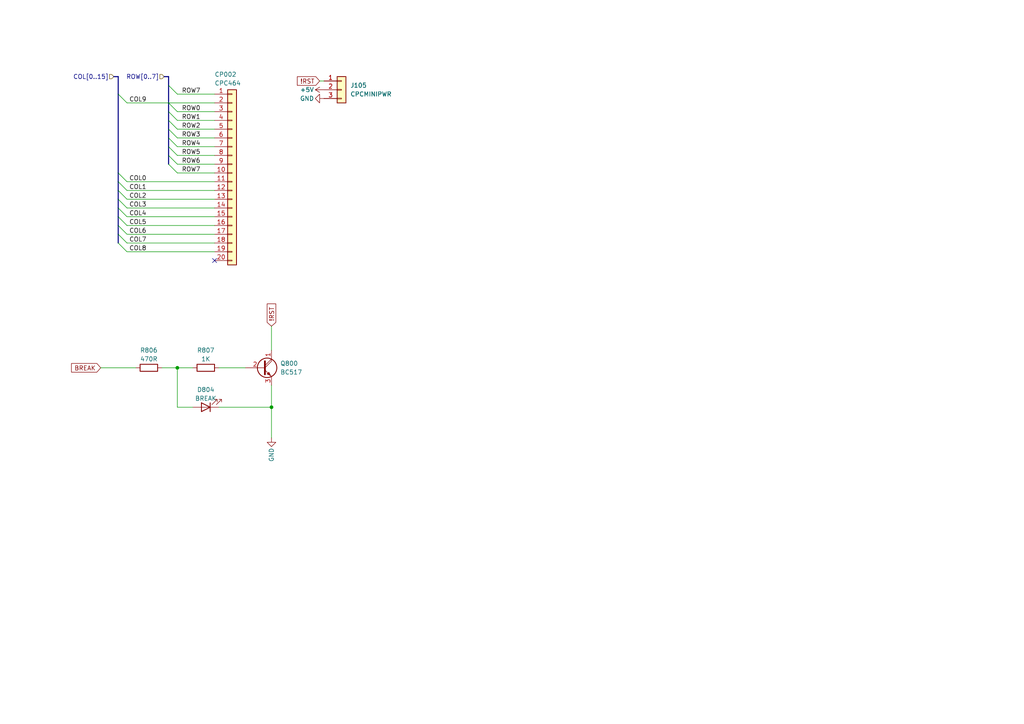
<source format=kicad_sch>
(kicad_sch (version 20211123) (generator eeschema)
  (paper "A4")
  (lib_symbols
    (symbol "Connector_Generic:Conn_01x03" (pin_names (offset 1.016) hide)
      (property "Reference" "J" (at 0 5.08 0))
      (property "Value" "Conn_01x03" (at 0 -5.08 0))
      (symbol "Conn_01x03_1_1"
        (rectangle (start -1.27 -2.413) (end 0 -2.667) (stroke (width 0.1524)))
        (rectangle (start -1.27 0.127) (end 0 -0.127) (stroke (width 0.1524)))
        (rectangle (start -1.27 2.667) (end 0 2.413) (stroke (width 0.1524)))
        (rectangle (start -1.27 3.81) (end 1.27 -3.81) (stroke (width 0.254)) (fill (type background)))
        (pin passive line (at -5.08 2.54 0) (length 3.81) (name "Pin_1") (number "1"))
        (pin passive line (at -5.08 0 0) (length 3.81) (name "Pin_2") (number "2"))
        (pin passive line (at -5.08 -2.54 0) (length 3.81) (name "Pin_3") (number "3"))
      )
    )
    (symbol "Connector_Generic:Conn_01x20" (pin_names (offset 1.016) hide)
      (property "Reference" "J" (at 0 25.4 0))
      (property "Value" "Conn_01x20" (at 0 -27.94 0))
      (symbol "Conn_01x20_1_1"
        (rectangle (start -1.27 -25.273) (end 0 -25.527) (stroke (width 0.1524)))
        (rectangle (start -1.27 -22.733) (end 0 -22.987) (stroke (width 0.1524)))
        (rectangle (start -1.27 -20.193) (end 0 -20.447) (stroke (width 0.1524)))
        (rectangle (start -1.27 -17.653) (end 0 -17.907) (stroke (width 0.1524)))
        (rectangle (start -1.27 -15.113) (end 0 -15.367) (stroke (width 0.1524)))
        (rectangle (start -1.27 -12.573) (end 0 -12.827) (stroke (width 0.1524)))
        (rectangle (start -1.27 -10.033) (end 0 -10.287) (stroke (width 0.1524)))
        (rectangle (start -1.27 -7.493) (end 0 -7.747) (stroke (width 0.1524)))
        (rectangle (start -1.27 -4.953) (end 0 -5.207) (stroke (width 0.1524)))
        (rectangle (start -1.27 -2.413) (end 0 -2.667) (stroke (width 0.1524)))
        (rectangle (start -1.27 0.127) (end 0 -0.127) (stroke (width 0.1524)))
        (rectangle (start -1.27 2.667) (end 0 2.413) (stroke (width 0.1524)))
        (rectangle (start -1.27 5.207) (end 0 4.953) (stroke (width 0.1524)))
        (rectangle (start -1.27 7.747) (end 0 7.493) (stroke (width 0.1524)))
        (rectangle (start -1.27 10.287) (end 0 10.033) (stroke (width 0.1524)))
        (rectangle (start -1.27 12.827) (end 0 12.573) (stroke (width 0.1524)))
        (rectangle (start -1.27 15.367) (end 0 15.113) (stroke (width 0.1524)))
        (rectangle (start -1.27 17.907) (end 0 17.653) (stroke (width 0.1524)))
        (rectangle (start -1.27 20.447) (end 0 20.193) (stroke (width 0.1524)))
        (rectangle (start -1.27 22.987) (end 0 22.733) (stroke (width 0.1524)))
        (rectangle (start -1.27 24.13) (end 1.27 -26.67) (stroke (width 0.254)) (fill (type background)))
        (pin passive line (at -5.08 22.86 0) (length 3.81) (name "Pin_1") (number "1"))
        (pin passive line (at -5.08 0 0) (length 3.81) (name "Pin_10") (number "10"))
        (pin passive line (at -5.08 -2.54 0) (length 3.81) (name "Pin_11") (number "11"))
        (pin passive line (at -5.08 -5.08 0) (length 3.81) (name "Pin_12") (number "12"))
        (pin passive line (at -5.08 -7.62 0) (length 3.81) (name "Pin_13") (number "13"))
        (pin passive line (at -5.08 -10.16 0) (length 3.81) (name "Pin_14") (number "14"))
        (pin passive line (at -5.08 -12.7 0) (length 3.81) (name "Pin_15") (number "15"))
        (pin passive line (at -5.08 -15.24 0) (length 3.81) (name "Pin_16") (number "16"))
        (pin passive line (at -5.08 -17.78 0) (length 3.81) (name "Pin_17") (number "17"))
        (pin passive line (at -5.08 -20.32 0) (length 3.81) (name "Pin_18") (number "18"))
        (pin passive line (at -5.08 -22.86 0) (length 3.81) (name "Pin_19") (number "19"))
        (pin passive line (at -5.08 20.32 0) (length 3.81) (name "Pin_2") (number "2"))
        (pin passive line (at -5.08 -25.4 0) (length 3.81) (name "Pin_20") (number "20"))
        (pin passive line (at -5.08 17.78 0) (length 3.81) (name "Pin_3") (number "3"))
        (pin passive line (at -5.08 15.24 0) (length 3.81) (name "Pin_4") (number "4"))
        (pin passive line (at -5.08 12.7 0) (length 3.81) (name "Pin_5") (number "5"))
        (pin passive line (at -5.08 10.16 0) (length 3.81) (name "Pin_6") (number "6"))
        (pin passive line (at -5.08 7.62 0) (length 3.81) (name "Pin_7") (number "7"))
        (pin passive line (at -5.08 5.08 0) (length 3.81) (name "Pin_8") (number "8"))
        (pin passive line (at -5.08 2.54 0) (length 3.81) (name "Pin_9") (number "9"))
      )
    )
    (symbol "Device:LED" (pin_numbers hide) (pin_names (offset 1.016) hide)
      (property "Reference" "D" (at 0 2.54 0))
      (property "Value" "LED" (at 0 -2.54 0))
      (symbol "LED_0_1"
        (polyline (pts (xy -1.27 -1.27) (xy -1.27 1.27)) (stroke (width 0.254)))
        (polyline (pts (xy -1.27 0) (xy 1.27 0)))
        (polyline (pts (xy 1.27 -1.27) (xy 1.27 1.27) (xy -1.27 0) (xy 1.27 -1.27)) (stroke (width 0.254)))
        (polyline (pts (xy -3.048 -0.762) (xy -4.572 -2.286) (xy -3.81 -2.286) (xy -4.572 -2.286) (xy -4.572 -1.524)))
        (polyline (pts (xy -1.778 -0.762) (xy -3.302 -2.286) (xy -2.54 -2.286) (xy -3.302 -2.286) (xy -3.302 -1.524)))
      )
      (symbol "LED_1_1"
        (pin passive line (at -3.81 0 0) (length 2.54) (name "K") (number "1"))
        (pin passive line (at 3.81 0 180) (length 2.54) (name "A") (number "2"))
      )
    )
    (symbol "Device:R" (pin_numbers hide) (pin_names (offset 0))
      (property "Reference" "R" (at 2.032 0 90))
      (property "Value" "R" (at 0 0 90))
      (symbol "R_0_1"
        (rectangle (start -1.016 -2.54) (end 1.016 2.54) (stroke (width 0.254)))
      )
      (symbol "R_1_1"
        (pin passive line (at 0 3.81 270) (length 1.27) (name "~") (number "1"))
        (pin passive line (at 0 -3.81 90) (length 1.27) (name "~") (number "2"))
      )
    )
    (symbol "Transistor_BJT:BC517" (pin_names (offset 0) hide)
      (property "Reference" "Q" (at 5.08 1.905 0))
      (property "Value" "BC517" (at 5.08 0 0))
      (symbol "BC517_0_1"
        (polyline (pts (xy 0.635 0.635) (xy 2.54 2.54)))
        (polyline (pts (xy 0.635 -0.635) (xy 2.54 -2.54) (xy 2.54 -2.54)))
        (polyline (pts (xy 0.635 0) (xy 2.54 1.905) (xy 2.54 2.54)))
        (polyline (pts (xy 0.635 1.905) (xy 0.635 -1.905) (xy 0.635 -1.905)) (stroke (width 0.508)))
        (polyline (pts (xy 1.27 -1.778) (xy 1.778 -1.27) (xy 2.286 -2.286) (xy 1.27 -1.778) (xy 1.27 -1.778)) (fill (type outline)))
        (circle (center 1.27 0) (radius 2.8194) (stroke (width 0.254)))
      )
      (symbol "BC517_1_1"
        (pin passive line (at 2.54 5.08 270) (length 2.54) (name "C") (number "1"))
        (pin input line (at -5.08 0 0) (length 5.715) (name "B") (number "2"))
        (pin passive line (at 2.54 -5.08 90) (length 2.54) (name "E") (number "3"))
      )
    )
    (symbol "power:+5V" (power) (pin_names (offset 0))
      (property "Value" "+5V" (at 0 3.556 0))
      (symbol "+5V_0_1"
        (polyline (pts (xy -0.762 1.27) (xy 0 2.54)))
        (polyline (pts (xy 0 0) (xy 0 2.54)))
        (polyline (pts (xy 0 2.54) (xy 0.762 1.27)))
      )
      (symbol "+5V_1_1"
        (pin power_in line (at 0 0 90) (length 0) hide (name "+5V") (number "1"))
      )
    )
    (symbol "power:GND" (power) (pin_names (offset 0))
      (property "Value" "GND" (at 0 -3.81 0))
      (symbol "GND_0_1"
        (polyline (pts (xy 0 0) (xy 0 -1.27) (xy 1.27 -1.27) (xy 0 -2.54) (xy -1.27 -1.27) (xy 0 -1.27)))
      )
      (symbol "GND_1_1"
        (pin power_in line (at 0 0 270) (length 0) hide (name "GND") (number "1"))
      )
    )
  )
  (junction (at 51.435 106.68))
  (junction (at 78.74 118.11))
  (no_connect (at 62.23 75.565))
  (bus_entry (at 34.29 60.325) (size 2.54 2.54))
  (bus_entry (at 48.895 42.545) (size 2.54 2.54))
  (bus_entry (at 34.29 55.245) (size 2.54 2.54))
  (bus_entry (at 34.29 27.305) (size 2.54 2.54))
  (bus_entry (at 34.29 52.705) (size 2.54 2.54))
  (bus_entry (at 48.895 34.925) (size 2.54 2.54))
  (bus_entry (at 34.29 50.165) (size 2.54 2.54))
  (bus_entry (at 34.29 67.945) (size 2.54 2.54))
  (bus_entry (at 48.895 24.765) (size 2.54 2.54))
  (bus_entry (at 48.895 45.085) (size 2.54 2.54))
  (bus_entry (at 34.29 62.865) (size 2.54 2.54))
  (bus_entry (at 48.895 29.845) (size 2.54 2.54))
  (bus_entry (at 48.895 32.385) (size 2.54 2.54))
  (bus_entry (at 48.895 47.625) (size 2.54 2.54))
  (bus_entry (at 34.29 57.785) (size 2.54 2.54))
  (bus_entry (at 48.895 37.465) (size 2.54 2.54))
  (bus_entry (at 34.29 70.485) (size 2.54 2.54))
  (bus_entry (at 34.29 65.405) (size 2.54 2.54))
  (bus_entry (at 48.895 40.005) (size 2.54 2.54))
  (bus (pts (xy 33.02 22.225) (xy 34.29 22.225)))
  (bus (pts (xy 34.29 65.405) (xy 34.29 67.945)))
  (bus (pts (xy 48.895 40.005) (xy 48.895 42.545)))
  (wire (pts (xy 92.71 23.495) (xy 93.98 23.495)))
  (wire (pts (xy 36.83 73.025) (xy 62.23 73.025)))
  (wire (pts (xy 51.435 32.385) (xy 62.23 32.385)))
  (wire (pts (xy 51.435 106.68) (xy 55.88 106.68)))
  (wire (pts (xy 51.435 118.11) (xy 51.435 106.68)))
  (bus (pts (xy 48.895 24.765) (xy 48.895 29.845)))
  (wire (pts (xy 48.895 29.845) (xy 62.23 29.845)))
  (wire (pts (xy 36.83 62.865) (xy 62.23 62.865)))
  (wire (pts (xy 78.74 118.11) (xy 78.74 111.76)))
  (wire (pts (xy 51.435 40.005) (xy 62.23 40.005)))
  (bus (pts (xy 48.895 45.085) (xy 48.895 47.625)))
  (bus (pts (xy 34.29 55.245) (xy 34.29 57.785)))
  (bus (pts (xy 48.895 34.925) (xy 48.895 37.465)))
  (wire (pts (xy 46.99 106.68) (xy 51.435 106.68)))
  (wire (pts (xy 51.435 27.305) (xy 62.23 27.305)))
  (wire (pts (xy 29.21 106.68) (xy 39.37 106.68)))
  (bus (pts (xy 34.29 22.225) (xy 34.29 27.305)))
  (bus (pts (xy 34.29 57.785) (xy 34.29 60.325)))
  (wire (pts (xy 51.435 37.465) (xy 62.23 37.465)))
  (wire (pts (xy 36.83 70.485) (xy 62.23 70.485)))
  (wire (pts (xy 51.435 50.165) (xy 62.23 50.165)))
  (wire (pts (xy 51.435 47.625) (xy 62.23 47.625)))
  (wire (pts (xy 55.88 118.11) (xy 51.435 118.11)))
  (wire (pts (xy 36.83 65.405) (xy 62.23 65.405)))
  (bus (pts (xy 48.895 29.845) (xy 48.895 32.385)))
  (wire (pts (xy 36.83 29.845) (xy 48.895 29.845)))
  (wire (pts (xy 63.5 118.11) (xy 78.74 118.11)))
  (bus (pts (xy 48.895 42.545) (xy 48.895 45.085)))
  (wire (pts (xy 51.435 45.085) (xy 62.23 45.085)))
  (bus (pts (xy 34.29 50.165) (xy 34.29 52.705)))
  (wire (pts (xy 36.83 67.945) (xy 62.23 67.945)))
  (wire (pts (xy 36.83 52.705) (xy 62.23 52.705)))
  (bus (pts (xy 34.29 52.705) (xy 34.29 55.245)))
  (wire (pts (xy 36.83 55.245) (xy 62.23 55.245)))
  (bus (pts (xy 47.625 22.225) (xy 48.895 22.225)))
  (bus (pts (xy 48.895 32.385) (xy 48.895 34.925)))
  (wire (pts (xy 78.74 127) (xy 78.74 118.11)))
  (bus (pts (xy 34.29 60.325) (xy 34.29 62.865)))
  (bus (pts (xy 48.895 22.225) (xy 48.895 24.765)))
  (wire (pts (xy 51.435 34.925) (xy 62.23 34.925)))
  (wire (pts (xy 63.5 106.68) (xy 71.12 106.68)))
  (bus (pts (xy 34.29 67.945) (xy 34.29 70.485)))
  (wire (pts (xy 36.83 57.785) (xy 62.23 57.785)))
  (bus (pts (xy 48.895 37.465) (xy 48.895 40.005)))
  (wire (pts (xy 78.74 94.615) (xy 78.74 101.6)))
  (bus (pts (xy 34.29 27.305) (xy 34.29 50.165)))
  (wire (pts (xy 36.83 60.325) (xy 62.23 60.325)))
  (bus (pts (xy 34.29 62.865) (xy 34.29 65.405)))
  (wire (pts (xy 51.435 42.545) (xy 62.23 42.545)))
  (label "COL2" (at 37.465 57.785 0))
  (label "COL6" (at 37.465 67.945 0))
  (label "COL7" (at 37.465 70.485 0))
  (label "ROW1" (at 52.705 34.925 0))
  (label "ROW0" (at 52.705 32.385 0))
  (label "ROW7" (at 52.705 27.305 0))
  (label "COL5" (at 37.465 65.405 0))
  (label "ROW3" (at 52.705 40.005 0))
  (label "COL1" (at 37.465 55.245 0))
  (label "ROW2" (at 52.705 37.465 0))
  (label "ROW7" (at 52.705 50.165 0))
  (label "COL4" (at 37.465 62.865 0))
  (label "COL8" (at 37.465 73.025 0))
  (label "ROW5" (at 52.705 45.085 0))
  (label "COL0" (at 37.465 52.705 0))
  (label "COL3" (at 37.465 60.325 0))
  (label "ROW4" (at 52.705 42.545 0))
  (label "ROW6" (at 52.705 47.625 0))
  (label "COL9" (at 37.465 29.845 0))
  (global_label "BREAK" (shape input) (at 29.21 106.68 180) (property "Intersheet References" "${INTERSHEET_REFS}" (effects hide)))
  (global_label "!RST" (shape input) (at 78.74 94.615 90) (property "Intersheetrefs" "${INTERSHEET_REFS}" (effects hide)))
  (global_label "!RST" (shape input) (at 92.71 23.495 180) (property "Intersheetrefs" "${INTERSHEET_REFS}" (effects hide)))
  (hierarchical_label "ROW[0..7]" (shape input) (at 47.625 22.225 180))
  (hierarchical_label "COL[0..15]" (shape input) (at 33.02 22.225 180))
  (symbol (lib_id "power:+5V") (at 93.98 26.035 90) (unit 1)
    (property "Reference" "#PWR0125" (effects hide))
    (property "Value" "+5V" (at 86.995 26.035 90) (effects (justify right)))
  )
  (symbol (lib_id "Connector_Generic:Conn_01x20") (at 67.31 50.165 0) (unit 1)
    (property "Reference" "CP002" (at 62.23 21.59 0) (effects (justify left)))
    (property "Value" "CPC464" (at 62.23 24.13 0) (effects (justify left)))
    (property "Footprint" "Connector_PinHeader_2.54mm:PinHeader_1x20_P2.54mm_Vertical" (effects hide))
  )
  (symbol (lib_id "Device:LED") (at 59.69 118.11 180) (unit 1)
    (property "Reference" "D804" (at 59.69 113.03 0))
    (property "Value" "BREAK" (at 59.69 115.57 0))
    (property "Footprint" "LED_THT:LED_D3.0mm" (effects hide))
  )
  (symbol (lib_id "Device:R") (at 43.18 106.68 270) (unit 1)
    (property "Reference" "R806" (at 43.18 101.6 90))
    (property "Value" "470R" (at 43.18 104.14 90))
    (property "Footprint" "Resistor_THT:R_Axial_DIN0204_L3.6mm_D1.6mm_P7.62mm_Horizontal" (effects hide))
  )
  (symbol (lib_id "Transistor_BJT:BC517") (at 76.2 106.68 0) (unit 1)
    (property "Reference" "Q800" (at 81.28 105.4099 0) (effects (justify left)))
    (property "Value" "BC517" (at 81.28 107.9499 0) (effects (justify left)))
    (property "Footprint" "Package_TO_SOT_THT:TO-92_Inline" (effects hide))
    (property "Datasheet" "https://www.onsemi.com/pub/Collateral/BC517-D74Z-D.PDF" (effects hide))
  )
  (symbol (lib_id "Connector_Generic:Conn_01x03") (at 99.06 26.035 0) (unit 1)
    (property "Reference" "J105" (at 101.6 24.7649 0) (effects (justify left)))
    (property "Value" "CPCMINIPWR" (at 101.6 27.3049 0) (effects (justify left)))
    (property "Footprint" "Connector_PinHeader_2.54mm:PinHeader_1x03_P2.54mm_Vertical" (effects hide))
  )
  (symbol (lib_id "Device:R") (at 59.69 106.68 270) (unit 1)
    (property "Reference" "R807" (at 59.69 101.6 90))
    (property "Value" "1K" (at 59.69 104.14 90))
    (property "Footprint" "Resistor_THT:R_Axial_DIN0204_L3.6mm_D1.6mm_P7.62mm_Horizontal" (effects hide))
  )
  (symbol (lib_id "power:GND") (at 78.74 127 0) (unit 1)
    (property "Reference" "#PWR0129" (effects hide))
    (property "Value" "GND" (at 78.74 133.985 90) (effects (justify left)))
  )
  (symbol (lib_id "power:GND") (at 93.98 28.575 270) (unit 1)
    (property "Reference" "#PWR0126" (effects hide))
    (property "Value" "GND" (at 86.995 28.575 90) (effects (justify left)))
  )
)
</source>
